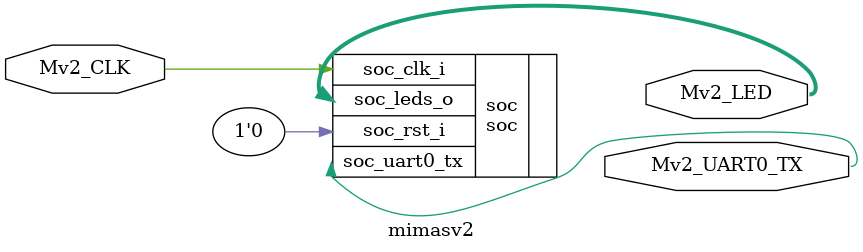
<source format=v>
`timescale 1ns / 1ps
module mimasv2 (
    input Mv2_CLK,
    output Mv2_UART0_TX,
    output [7:0] Mv2_LED
);

    soc soc (
        .soc_clk_i(Mv2_CLK),
        .soc_rst_i(1'h0),
        .soc_uart0_tx(Mv2_UART0_TX),
        .soc_leds_o(Mv2_LED)
    );

endmodule

</source>
